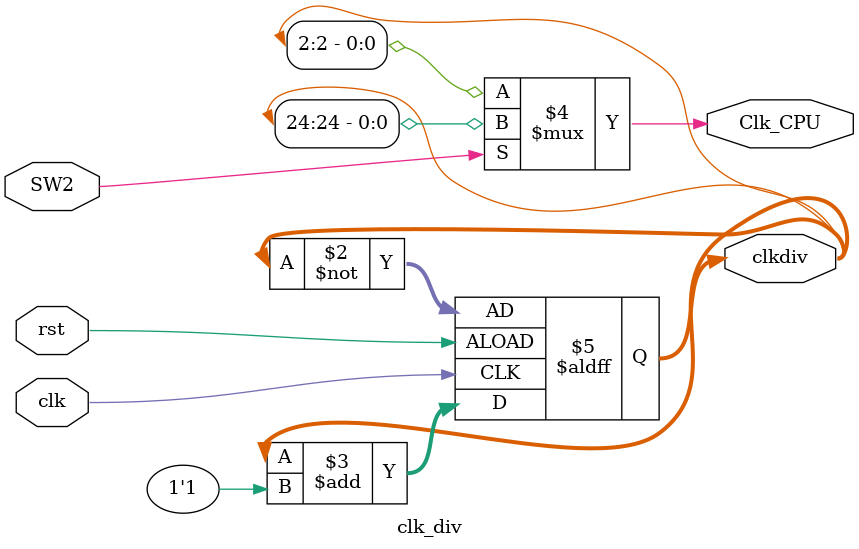
<source format=v>
`timescale 1ns / 1ps
module clk_div(input clk,		        input rst,		        input SW2,		        output reg [31:0]clkdiv,		        output Clk_CPU		        );	always @ (posedge clk or posedge rst) begin 		if (rst) clkdiv <= ~clkdiv ; else clkdiv <= clkdiv+1'b1;end
	assign Clk_CPU = SW2? clkdiv[24]:clkdiv[2];endmodule
</source>
